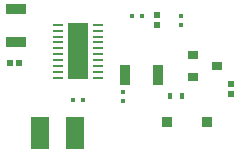
<source format=gtp>
G04*
G04 #@! TF.GenerationSoftware,Altium Limited,Altium Designer,18.1.7 (191)*
G04*
G04 Layer_Color=8421504*
%FSLAX25Y25*%
%MOIN*%
G70*
G01*
G75*
%ADD16R,0.07087X0.18898*%
%ADD17R,0.03347X0.00984*%
%ADD18R,0.02165X0.01968*%
%ADD19R,0.01260X0.02047*%
%ADD20R,0.01772X0.01772*%
%ADD21R,0.06693X0.03740*%
%ADD22R,0.01772X0.01772*%
%ADD23R,0.06299X0.11024*%
%ADD24R,0.03347X0.03347*%
%ADD25R,0.03740X0.06693*%
%ADD26R,0.02441X0.02441*%
%ADD27R,0.03543X0.03150*%
D16*
X58071Y59055D02*
D03*
D17*
X64646Y50197D02*
D03*
Y52165D02*
D03*
Y54134D02*
D03*
Y56102D02*
D03*
Y58071D02*
D03*
Y60039D02*
D03*
Y62008D02*
D03*
Y63976D02*
D03*
Y65945D02*
D03*
Y67913D02*
D03*
X51496Y50197D02*
D03*
Y52165D02*
D03*
Y54134D02*
D03*
Y56102D02*
D03*
Y58071D02*
D03*
Y60039D02*
D03*
Y62008D02*
D03*
Y63976D02*
D03*
Y65945D02*
D03*
Y67913D02*
D03*
D18*
X35425Y55118D02*
D03*
X38378D02*
D03*
D19*
X92716Y44291D02*
D03*
X88779D02*
D03*
D20*
X73079Y45575D02*
D03*
Y42425D02*
D03*
X92520Y67831D02*
D03*
Y70980D02*
D03*
D21*
X37402Y62236D02*
D03*
Y73260D02*
D03*
D22*
X59791Y42800D02*
D03*
X56642D02*
D03*
X76181Y70968D02*
D03*
X79331D02*
D03*
D23*
X45614Y31895D02*
D03*
X57228D02*
D03*
D24*
X87894Y35453D02*
D03*
X101083D02*
D03*
D25*
X73819Y51181D02*
D03*
X84842D02*
D03*
D26*
X84342Y67693D02*
D03*
Y71315D02*
D03*
X109252Y48298D02*
D03*
Y44676D02*
D03*
D27*
X96457Y57874D02*
D03*
Y50394D02*
D03*
X104331Y54134D02*
D03*
M02*

</source>
